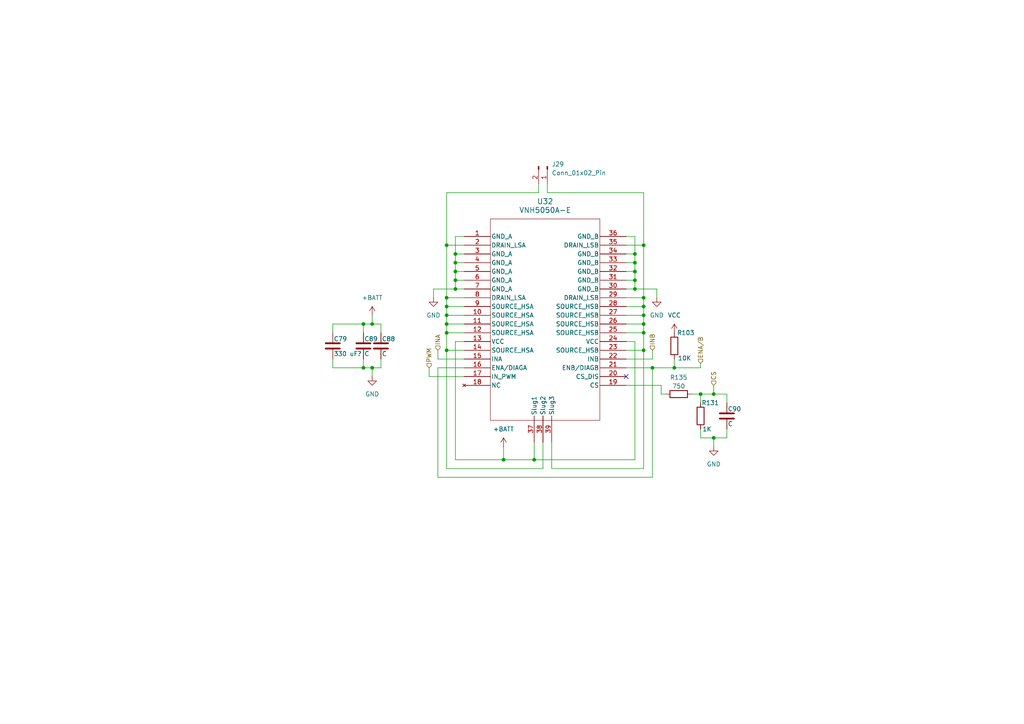
<source format=kicad_sch>
(kicad_sch (version 20250114) (generator "eeschema") (generator_version "9.0")
  (paper "A4")
  (lib_symbols
    (symbol "Connector:Conn_01x02_Pin" (pin_names (offset 1.016) (hide yes))
      (property "Reference" "J" (at 0 2.54 0))
      (property "Value" "Conn_01x02_Pin" (at 0 -5.08 0))
      (symbol "Conn_01x02_Pin_1_1"
        (rectangle (start 0.8636 0.127) (end 0 -0.127) (stroke (width 0.1524)) (fill (type outline)))
        (rectangle (start 0.8636 -2.413) (end 0 -2.667) (stroke (width 0.1524)) (fill (type outline)))
        (polyline (pts (xy 1.27 0) (xy 0.8636 0)) (stroke (width 0.1524)))
        (polyline (pts (xy 1.27 -2.54) (xy 0.8636 -2.54)) (stroke (width 0.1524)))
        (pin passive line (at 5.08 0 180) (length 3.81) (name "Pin_1") (number "1"))
        (pin passive line (at 5.08 -2.54 180) (length 3.81) (name "Pin_2") (number "2"))
      )
    )
    (symbol "Device:C" (pin_numbers (hide yes)) (pin_names (offset 0.254))
      (property "Reference" "C" (at 0.635 2.54 0))
      (property "Value" "C" (at 0.635 -2.54 0))
      (symbol "C_0_1"
        (polyline (pts (xy -2.032 0.762) (xy 2.032 0.762)) (stroke (width 0.508)))
        (polyline (pts (xy -2.032 -0.762) (xy 2.032 -0.762)) (stroke (width 0.508)))
      )
      (symbol "C_1_1"
        (pin passive line (at 0 3.81 270) (length 2.794) (name "~") (number "1"))
        (pin passive line (at 0 -3.81 90) (length 2.794) (name "~") (number "2"))
      )
    )
    (symbol "Device:R" (pin_numbers (hide yes)) (pin_names (offset 0))
      (property "Reference" "R" (at 2.032 0 90))
      (property "Value" "R" (at 0 0 90))
      (symbol "R_0_1"
        (rectangle (start -1.016 -2.54) (end 1.016 2.54) (stroke (width 0.254)))
      )
      (symbol "R_1_1"
        (pin passive line (at 0 3.81 270) (length 1.27) (name "~") (number "1"))
        (pin passive line (at 0 -3.81 90) (length 1.27) (name "~") (number "2"))
      )
    )
    (symbol "VNH5050A-E:VNH5050A-E" (pin_names (offset 0.254))
      (property "Reference" "U" (at 23.368 10.16 0))
      (property "Value" "VNH5050A-E" (at 23.622 7.874 0))
      (symbol "VNH5050A-E_0_1"
        (polyline (pts (xy 7.62 5.08) (xy 7.62 -53.34)) (stroke (width 0.127)))
        (polyline (pts (xy 7.62 -53.34) (xy 39.37 -53.34)) (stroke (width 0.127)))
        (polyline (pts (xy 39.37 5.08) (xy 7.62 5.08)) (stroke (width 0.127)))
        (polyline (pts (xy 39.37 -53.34) (xy 39.37 5.08)) (stroke (width 0.127)))
        (pin power_out line (at 0 0 0) (length 7.62) (name "GND_A") (number "1"))
        (pin unspecified line (at 0 -2.54 0) (length 7.62) (name "DRAIN_LSA") (number "2"))
        (pin power_out line (at 0 -5.08 0) (length 7.62) (name "GND_A") (number "3"))
        (pin power_out line (at 0 -7.62 0) (length 7.62) (name "GND_A") (number "4"))
        (pin power_out line (at 0 -10.16 0) (length 7.62) (name "GND_A") (number "5"))
        (pin power_out line (at 0 -12.7 0) (length 7.62) (name "GND_A") (number "6"))
        (pin power_out line (at 0 -15.24 0) (length 7.62) (name "GND_A") (number "7"))
        (pin unspecified line (at 0 -17.78 0) (length 7.62) (name "DRAIN_LSA") (number "8"))
        (pin unspecified line (at 0 -20.32 0) (length 7.62) (name "SOURCE_HSA") (number "9"))
        (pin unspecified line (at 0 -22.86 0) (length 7.62) (name "SOURCE_HSA") (number "10"))
        (pin unspecified line (at 0 -25.4 0) (length 7.62) (name "SOURCE_HSA") (number "11"))
        (pin unspecified line (at 0 -27.94 0) (length 7.62) (name "SOURCE_HSA") (number "12"))
        (pin power_in line (at 0 -30.48 0) (length 7.62) (name "VCC") (number "13"))
        (pin unspecified line (at 0 -33.02 0) (length 7.62) (name "SOURCE_HSA") (number "14"))
        (pin input line (at 0 -35.56 0) (length 7.62) (name "INA") (number "15"))
        (pin unspecified line (at 0 -38.1 0) (length 7.62) (name "ENA/DIAGA") (number "16"))
        (pin input line (at 0 -40.64 0) (length 7.62) (name "IN_PWM") (number "17"))
        (pin no_connect line (at 0 -43.18 0) (length 7.62) (name "NC") (number "18"))
        (pin bidirectional line (at 20.32 -59.69 90) (length 7.62) (name "Slug1") (number "37"))
        (pin bidirectional line (at 22.86 -59.69 90) (length 7.62) (name "Slug2") (number "38"))
        (pin bidirectional line (at 25.4 -59.69 90) (length 7.62) (name "Slug3") (number "39"))
        (pin power_out line (at 46.99 -5.08 180) (length 7.62) (name "GND_B") (number "34"))
        (pin power_out line (at 46.99 -7.62 180) (length 7.62) (name "GND_B") (number "33"))
        (pin power_out line (at 46.99 -10.16 180) (length 7.62) (name "GND_B") (number "32"))
        (pin power_out line (at 46.99 -12.7 180) (length 7.62) (name "GND_B") (number "31"))
        (pin power_out line (at 46.99 -15.24 180) (length 7.62) (name "GND_B") (number "30"))
        (pin unspecified line (at 46.99 -17.78 180) (length 7.62) (name "DRAIN_LSB") (number "29"))
        (pin unspecified line (at 46.99 -20.32 180) (length 7.62) (name "SOURCE_HSB") (number "28"))
        (pin unspecified line (at 46.99 -22.86 180) (length 7.62) (name "SOURCE_HSB") (number "27"))
        (pin unspecified line (at 46.99 -25.4 180) (length 7.62) (name "SOURCE_HSB") (number "26"))
        (pin unspecified line (at 46.99 -27.94 180) (length 7.62) (name "SOURCE_HSB") (number "25"))
        (pin power_in line (at 46.99 -30.48 180) (length 7.62) (name "VCC") (number "24"))
        (pin unspecified line (at 46.99 -33.02 180) (length 7.62) (name "SOURCE_HSB") (number "23"))
        (pin input line (at 46.99 -35.56 180) (length 7.62) (name "INB") (number "22"))
        (pin unspecified line (at 46.99 -38.1 180) (length 7.62) (name "ENB/DIAGB") (number "21"))
        (pin unspecified line (at 46.99 -40.64 180) (length 7.62) (name "CS_DIS") (number "20"))
        (pin unspecified line (at 46.99 -43.18 180) (length 7.62) (name "CS") (number "19"))
      )
      (symbol "VNH5050A-E_1_1"
        (pin power_out line (at 46.99 0 180) (length 7.62) (name "GND_B") (number "36"))
        (pin unspecified line (at 46.99 -2.54 180) (length 7.62) (name "DRAIN_LSB") (number "35"))
      )
    )
    (symbol "power:+BATT" (power) (pin_numbers (hide yes)) (pin_names (offset 0) (hide yes))
      (property "Value" "+BATT" (at 0 3.556 0))
      (symbol "+BATT_0_1"
        (polyline (pts (xy -0.762 1.27) (xy 0 2.54)))
        (polyline (pts (xy 0 2.54) (xy 0.762 1.27)))
        (polyline (pts (xy 0 0) (xy 0 2.54)))
      )
      (symbol "+BATT_1_1"
        (pin power_in line (at 0 0 90) (length 0) (name "~") (number "1"))
      )
    )
    (symbol "power:GND" (power) (pin_numbers (hide yes)) (pin_names (offset 0) (hide yes))
      (property "Value" "GND" (at 0 -3.81 0))
      (symbol "GND_0_1"
        (polyline (pts (xy 0 0) (xy 0 -1.27) (xy 1.27 -1.27) (xy 0 -2.54) (xy -1.27 -1.27) (xy 0 -1.27)))
      )
      (symbol "GND_1_1"
        (pin power_in line (at 0 0 270) (length 0) (name "~") (number "1"))
      )
    )
    (symbol "power:VCC" (power) (pin_numbers (hide yes)) (pin_names (offset 0) (hide yes))
      (property "Value" "VCC" (at 0 3.556 0))
      (symbol "VCC_0_1"
        (polyline (pts (xy -0.762 1.27) (xy 0 2.54)))
        (polyline (pts (xy 0 2.54) (xy 0.762 1.27)))
        (polyline (pts (xy 0 0) (xy 0 2.54)))
      )
      (symbol "VCC_1_1"
        (pin power_in line (at 0 0 90) (length 0) (name "~") (number "1"))
      )
    )
  )
  (junction (at 184.15 73.66))
  (junction (at 129.54 101.6))
  (junction (at 184.15 81.28))
  (junction (at 203.2 114.3))
  (junction (at 132.08 73.66))
  (junction (at 129.54 93.98))
  (junction (at 129.54 96.52))
  (junction (at 207.01 127))
  (junction (at 146.05 133.35))
  (junction (at 184.15 83.82))
  (junction (at 105.41 93.98))
  (junction (at 186.69 91.44))
  (junction (at 129.54 88.9))
  (junction (at 186.69 101.6))
  (junction (at 129.54 71.12))
  (junction (at 189.23 106.68))
  (junction (at 129.54 91.44))
  (junction (at 107.95 106.68))
  (junction (at 105.41 106.68))
  (junction (at 132.08 81.28))
  (junction (at 186.69 71.12))
  (junction (at 195.58 106.68))
  (junction (at 129.54 86.36))
  (junction (at 186.69 96.52))
  (junction (at 132.08 76.2))
  (junction (at 186.69 88.9))
  (junction (at 184.15 76.2))
  (junction (at 107.95 93.98))
  (junction (at 154.94 133.35))
  (junction (at 186.69 86.36))
  (junction (at 186.69 93.98))
  (junction (at 207.01 114.3))
  (junction (at 132.08 83.82))
  (junction (at 132.08 78.74))
  (junction (at 184.15 78.74))
  (no_connect (at 181.61 109.22))
  (wire (pts (xy 186.69 55.88) (xy 158.75 55.88)))
  (wire (pts (xy 129.54 71.12) (xy 129.54 55.88)))
  (wire (pts (xy 184.15 76.2) (xy 181.61 76.2)))
  (wire (pts (xy 132.08 99.06) (xy 132.08 133.35)))
  (wire (pts (xy 129.54 101.6) (xy 134.62 101.6)))
  (wire (pts (xy 184.15 73.66) (xy 184.15 76.2)))
  (wire (pts (xy 203.2 114.3) (xy 207.01 114.3)))
  (wire (pts (xy 96.52 96.52) (xy 96.52 93.98)))
  (wire (pts (xy 160.02 135.89) (xy 160.02 128.27)))
  (wire (pts (xy 200.66 114.3) (xy 203.2 114.3)))
  (wire (pts (xy 134.62 68.58) (xy 132.08 68.58)))
  (wire (pts (xy 195.58 106.68) (xy 203.2 106.68)))
  (wire (pts (xy 134.62 109.22) (xy 124.46 109.22)))
  (wire (pts (xy 132.08 76.2) (xy 132.08 78.74)))
  (wire (pts (xy 210.82 114.3) (xy 210.82 116.84)))
  (wire (pts (xy 129.54 88.9) (xy 129.54 91.44)))
  (wire (pts (xy 105.41 93.98) (xy 105.41 96.52)))
  (wire (pts (xy 125.73 83.82) (xy 125.73 86.36)))
  (wire (pts (xy 207.01 127) (xy 207.01 129.54)))
  (wire (pts (xy 189.23 138.43) (xy 189.23 106.68)))
  (wire (pts (xy 129.54 101.6) (xy 129.54 135.89)))
  (wire (pts (xy 110.49 104.14) (xy 110.49 106.68)))
  (wire (pts (xy 181.61 86.36) (xy 186.69 86.36)))
  (wire (pts (xy 186.69 93.98) (xy 186.69 96.52)))
  (wire (pts (xy 156.21 55.88) (xy 156.21 53.34)))
  (wire (pts (xy 134.62 99.06) (xy 132.08 99.06)))
  (wire (pts (xy 207.01 111.76) (xy 207.01 114.3)))
  (wire (pts (xy 190.5 83.82) (xy 190.5 86.36)))
  (wire (pts (xy 129.54 86.36) (xy 134.62 86.36)))
  (wire (pts (xy 132.08 78.74) (xy 132.08 81.28)))
  (wire (pts (xy 129.54 55.88) (xy 156.21 55.88)))
  (wire (pts (xy 184.15 83.82) (xy 190.5 83.82)))
  (wire (pts (xy 181.61 96.52) (xy 186.69 96.52)))
  (wire (pts (xy 124.46 109.22) (xy 124.46 106.68)))
  (wire (pts (xy 203.2 105.41) (xy 203.2 106.68)))
  (wire (pts (xy 134.62 106.68) (xy 127 106.68)))
  (wire (pts (xy 132.08 133.35) (xy 146.05 133.35)))
  (wire (pts (xy 195.58 106.68) (xy 195.58 104.14)))
  (wire (pts (xy 189.23 106.68) (xy 181.61 106.68)))
  (wire (pts (xy 184.15 73.66) (xy 184.15 68.58)))
  (wire (pts (xy 129.54 96.52) (xy 134.62 96.52)))
  (wire (pts (xy 127 138.43) (xy 189.23 138.43)))
  (wire (pts (xy 146.05 129.54) (xy 146.05 133.35)))
  (wire (pts (xy 207.01 114.3) (xy 210.82 114.3)))
  (wire (pts (xy 203.2 124.46) (xy 203.2 127)))
  (wire (pts (xy 134.62 93.98) (xy 129.54 93.98)))
  (wire (pts (xy 184.15 78.74) (xy 184.15 81.28)))
  (wire (pts (xy 132.08 81.28) (xy 132.08 83.82)))
  (wire (pts (xy 107.95 106.68) (xy 107.95 109.22)))
  (wire (pts (xy 154.94 133.35) (xy 154.94 128.27)))
  (wire (pts (xy 125.73 83.82) (xy 132.08 83.82)))
  (wire (pts (xy 207.01 127) (xy 210.82 127)))
  (wire (pts (xy 191.77 114.3) (xy 191.77 111.76)))
  (wire (pts (xy 181.61 71.12) (xy 186.69 71.12)))
  (wire (pts (xy 186.69 88.9) (xy 186.69 91.44)))
  (wire (pts (xy 186.69 86.36) (xy 186.69 88.9)))
  (wire (pts (xy 184.15 76.2) (xy 184.15 78.74)))
  (wire (pts (xy 203.2 114.3) (xy 203.2 116.84)))
  (wire (pts (xy 107.95 106.68) (xy 105.41 106.68)))
  (wire (pts (xy 181.61 88.9) (xy 186.69 88.9)))
  (wire (pts (xy 129.54 96.52) (xy 129.54 101.6)))
  (wire (pts (xy 96.52 104.14) (xy 96.52 106.68)))
  (wire (pts (xy 132.08 68.58) (xy 132.08 73.66)))
  (wire (pts (xy 181.61 93.98) (xy 186.69 93.98)))
  (wire (pts (xy 127 101.6) (xy 127 104.14)))
  (wire (pts (xy 157.48 128.27) (xy 157.48 135.89)))
  (wire (pts (xy 129.54 91.44) (xy 134.62 91.44)))
  (wire (pts (xy 186.69 91.44) (xy 186.69 93.98)))
  (wire (pts (xy 107.95 93.98) (xy 105.41 93.98)))
  (wire (pts (xy 186.69 101.6) (xy 186.69 135.89)))
  (wire (pts (xy 129.54 91.44) (xy 129.54 93.98)))
  (wire (pts (xy 184.15 99.06) (xy 184.15 133.35)))
  (wire (pts (xy 189.23 106.68) (xy 195.58 106.68)))
  (wire (pts (xy 132.08 78.74) (xy 134.62 78.74)))
  (wire (pts (xy 129.54 86.36) (xy 129.54 88.9)))
  (wire (pts (xy 181.61 104.14) (xy 189.23 104.14)))
  (wire (pts (xy 189.23 101.6) (xy 189.23 104.14)))
  (wire (pts (xy 210.82 127) (xy 210.82 124.46)))
  (wire (pts (xy 186.69 71.12) (xy 186.69 86.36)))
  (wire (pts (xy 96.52 93.98) (xy 105.41 93.98)))
  (wire (pts (xy 129.54 93.98) (xy 129.54 96.52)))
  (wire (pts (xy 184.15 83.82) (xy 181.61 83.82)))
  (wire (pts (xy 110.49 93.98) (xy 110.49 96.52)))
  (wire (pts (xy 191.77 114.3) (xy 193.04 114.3)))
  (wire (pts (xy 127 104.14) (xy 134.62 104.14)))
  (wire (pts (xy 110.49 106.68) (xy 107.95 106.68)))
  (wire (pts (xy 184.15 81.28) (xy 184.15 83.82)))
  (wire (pts (xy 186.69 135.89) (xy 160.02 135.89)))
  (wire (pts (xy 132.08 83.82) (xy 134.62 83.82)))
  (wire (pts (xy 181.61 81.28) (xy 184.15 81.28)))
  (wire (pts (xy 132.08 73.66) (xy 134.62 73.66)))
  (wire (pts (xy 105.41 104.14) (xy 105.41 106.68)))
  (wire (pts (xy 181.61 101.6) (xy 186.69 101.6)))
  (wire (pts (xy 184.15 68.58) (xy 181.61 68.58)))
  (wire (pts (xy 132.08 81.28) (xy 134.62 81.28)))
  (wire (pts (xy 191.77 111.76) (xy 181.61 111.76)))
  (wire (pts (xy 129.54 135.89) (xy 157.48 135.89)))
  (wire (pts (xy 184.15 133.35) (xy 154.94 133.35)))
  (wire (pts (xy 129.54 88.9) (xy 134.62 88.9)))
  (wire (pts (xy 158.75 55.88) (xy 158.75 53.34)))
  (wire (pts (xy 96.52 106.68) (xy 105.41 106.68)))
  (wire (pts (xy 181.61 73.66) (xy 184.15 73.66)))
  (wire (pts (xy 127 106.68) (xy 127 138.43)))
  (wire (pts (xy 129.54 71.12) (xy 129.54 86.36)))
  (wire (pts (xy 184.15 78.74) (xy 181.61 78.74)))
  (wire (pts (xy 181.61 99.06) (xy 184.15 99.06)))
  (wire (pts (xy 134.62 71.12) (xy 129.54 71.12)))
  (wire (pts (xy 181.61 91.44) (xy 186.69 91.44)))
  (wire (pts (xy 186.69 71.12) (xy 186.69 55.88)))
  (wire (pts (xy 107.95 93.98) (xy 110.49 93.98)))
  (wire (pts (xy 132.08 73.66) (xy 132.08 76.2)))
  (wire (pts (xy 132.08 76.2) (xy 134.62 76.2)))
  (wire (pts (xy 107.95 91.44) (xy 107.95 93.98)))
  (wire (pts (xy 186.69 96.52) (xy 186.69 101.6)))
  (wire (pts (xy 146.05 133.35) (xy 154.94 133.35)))
  (wire (pts (xy 203.2 127) (xy 207.01 127)))
  (hierarchical_label "PWM" (shape input) (at 124.46 106.68 90))
  (hierarchical_label "INB" (shape input) (at 189.23 101.6 90))
  (hierarchical_label "ENA{slash}B" (shape input) (at 203.2 105.41 90))
  (hierarchical_label "CS" (shape input) (at 207.01 111.76 90))
  (hierarchical_label "INA" (shape input) (at 127 101.6 90))
  (symbol (lib_id "VNH5050A-E:VNH5050A-E") (at 134.62 68.58 0) (unit 1)
    (property "Reference" "U30" (at 158.115 58.42 0) (effects (font (size 1.524 1.524))))
    (property "Value" "VNH5050A-E" (at 158.115 60.96 0) (effects (font (size 1.524 1.524))))
    (property "Footprint" "SOIC_050A-E_STM" (effects (hide yes)))
    (property "Datasheet" "VNH5050A-E" (effects (hide yes)))
    (instances (project "pcb" (path "" (reference "U32") (unit 1)) (path "" (reference "U31") (unit 1)) (path "" (reference "U33") (unit 1)) (path "" (reference "U30") (unit 1))))
  )
  (symbol (lib_id "Device:C") (at 105.41 100.33 0) (unit 1)
    (property "Reference" "C83" (at 105.664 98.298 0) (effects (justify left)))
    (property "Value" "C" (at 105.664 102.616 0) (effects (justify left)))
    (property "Description" "Unpolarized capacitor" (effects (hide yes)))
    (instances (project "pcb" (path "" (reference "C89") (unit 1)) (path "" (reference "C86") (unit 1)) (path "" (reference "C92") (unit 1)) (path "" (reference "C83") (unit 1))))
  )
  (symbol (lib_id "power:+BATT") (at 146.05 129.54 0) (unit 1)
    (property "Reference" "#PWR0182" (effects (hide yes)))
    (property "Value" "+BATT" (at 146.05 124.46 0))
    (property "Description" "Power symbol creates a global label with name \"+BATT\"" (effects (hide yes)))
    (instances (project "pcb" (path "" (reference "#PWR0196") (unit 1)) (path "" (reference "#PWR0189") (unit 1)) (path "" (reference "#PWR0203") (unit 1)) (path "" (reference "#PWR0182") (unit 1))))
  )
  (symbol (lib_id "power:VCC") (at 195.58 96.52 0) (unit 1)
    (property "Reference" "#PWR0184" (effects (hide yes)))
    (property "Value" "VCC" (at 195.58 91.44 0))
    (property "Description" "Power symbol creates a global label with name \"VCC\"" (effects (hide yes)))
    (instances (project "pcb" (path "" (reference "#PWR0198") (unit 1)) (path "" (reference "#PWR0191") (unit 1)) (path "" (reference "#PWR0205") (unit 1)) (path "" (reference "#PWR0184") (unit 1))))
  )
  (symbol (lib_id "power:GND") (at 107.95 109.22 0) (unit 1)
    (property "Reference" "#PWR0180" (effects (hide yes)))
    (property "Value" "GND" (at 107.95 114.3 0))
    (property "Description" "Power symbol creates a global label with name \"GND\" , ground" (effects (hide yes)))
    (instances (project "pcb" (path "" (reference "#PWR0194") (unit 1)) (path "" (reference "#PWR0187") (unit 1)) (path "" (reference "#PWR0201") (unit 1)) (path "" (reference "#PWR0180") (unit 1))))
  )
  (symbol (lib_id "power:GND") (at 207.01 129.54 0) (unit 1)
    (property "Reference" "#PWR0185" (effects (hide yes)))
    (property "Value" "GND" (at 207.01 134.62 0))
    (property "Description" "Power symbol creates a global label with name \"GND\" , ground" (effects (hide yes)))
    (instances (project "pcb" (path "" (reference "#PWR0199") (unit 1)) (path "" (reference "#PWR0192") (unit 1)) (path "" (reference "#PWR0206") (unit 1)) (path "" (reference "#PWR0185") (unit 1))))
  )
  (symbol (lib_id "Device:R") (at 196.85 114.3 90) (unit 1)
    (property "Reference" "R133" (at 196.85 109.474 90))
    (property "Value" "750" (at 196.85 112.014 90))
    (property "Description" "Resistor" (effects (hide yes)))
    (instances (project "pcb" (path "" (reference "R135") (unit 1)) (path "" (reference "R134") (unit 1)) (path "" (reference "R136") (unit 1)) (path "" (reference "R133") (unit 1))))
  )
  (symbol (lib_id "Connector:Conn_01x02_Pin") (at 158.75 48.26 270) (unit 1)
    (property "Reference" "J27" (at 160.02 47.6249 90) (effects (justify left)))
    (property "Value" "Conn_01x02_Pin" (at 160.02 50.1649 90) (effects (justify left)))
    (property "Description" "Generic connector, single row, 01x02, script generated" (effects (hide yes)))
    (instances (project "pcb" (path "" (reference "J29") (unit 1)) (path "" (reference "J28") (unit 1)) (path "" (reference "J30") (unit 1)) (path "" (reference "J27") (unit 1))))
  )
  (symbol (lib_id "power:+BATT") (at 107.95 91.44 0) (unit 1)
    (property "Reference" "#PWR0179" (effects (hide yes)))
    (property "Value" "+BATT" (at 107.95 86.36 0))
    (property "Description" "Power symbol creates a global label with name \"+BATT\"" (effects (hide yes)))
    (instances (project "pcb" (path "" (reference "#PWR0193") (unit 1)) (path "" (reference "#PWR0186") (unit 1)) (path "" (reference "#PWR0200") (unit 1)) (path "" (reference "#PWR0179") (unit 1))))
  )
  (symbol (lib_id "Device:C") (at 96.52 100.33 0) (unit 1)
    (property "Reference" "C77" (at 96.774 98.298 0) (effects (justify left)))
    (property "Value" "330 uF?" (at 96.774 102.616 0) (effects (justify left)))
    (property "Description" "Unpolarized capacitor" (effects (hide yes)))
    (instances (project "pcb" (path "" (reference "C79") (unit 1)) (path "" (reference "C78") (unit 1)) (path "" (reference "C80") (unit 1)) (path "" (reference "C77") (unit 1))))
  )
  (symbol (lib_id "power:GND") (at 125.73 86.36 0) (unit 1)
    (property "Reference" "#PWR0181" (effects (hide yes)))
    (property "Value" "GND" (at 125.73 91.44 0))
    (property "Description" "Power symbol creates a global label with name \"GND\" , ground" (effects (hide yes)))
    (instances (project "pcb" (path "" (reference "#PWR0195") (unit 1)) (path "" (reference "#PWR0188") (unit 1)) (path "" (reference "#PWR0202") (unit 1)) (path "" (reference "#PWR0181") (unit 1))))
  )
  (symbol (lib_id "Device:C") (at 210.82 120.65 0) (unit 1)
    (property "Reference" "C84" (at 211.074 118.618 0) (effects (justify left)))
    (property "Value" "C" (at 211.074 122.936 0) (effects (justify left)))
    (property "Description" "Unpolarized capacitor" (effects (hide yes)))
    (instances (project "pcb" (path "" (reference "C90") (unit 1)) (path "" (reference "C87") (unit 1)) (path "" (reference "C93") (unit 1)) (path "" (reference "C84") (unit 1))))
  )
  (symbol (lib_id "Device:R") (at 195.58 100.33 0) (unit 1)
    (property "Reference" "R101" (at 196.342 96.52 0) (effects (justify left)))
    (property "Value" "10K" (at 196.596 103.886 0) (effects (justify left)))
    (property "Description" "Resistor" (effects (hide yes)))
    (instances (project "pcb" (path "" (reference "R103") (unit 1)) (path "" (reference "R102") (unit 1)) (path "" (reference "R104") (unit 1)) (path "" (reference "R101") (unit 1))))
  )
  (symbol (lib_id "Device:C") (at 110.49 100.33 0) (unit 1)
    (property "Reference" "C82" (at 110.744 98.298 0) (effects (justify left)))
    (property "Value" "C" (at 110.744 102.616 0) (effects (justify left)))
    (property "Description" "Unpolarized capacitor" (effects (hide yes)))
    (instances (project "pcb" (path "" (reference "C88") (unit 1)) (path "" (reference "C85") (unit 1)) (path "" (reference "C91") (unit 1)) (path "" (reference "C82") (unit 1))))
  )
  (symbol (lib_id "Device:R") (at 203.2 120.65 0) (unit 1)
    (property "Reference" "R129" (at 203.454 116.84 0) (effects (justify left)))
    (property "Value" "1K" (at 203.708 124.46 0) (effects (justify left)))
    (property "Description" "Resistor" (effects (hide yes)))
    (instances (project "pcb" (path "" (reference "R131") (unit 1)) (path "" (reference "R130") (unit 1)) (path "" (reference "R132") (unit 1)) (path "" (reference "R129") (unit 1))))
  )
  (symbol (lib_id "power:GND") (at 190.5 86.36 0) (unit 1)
    (property "Reference" "#PWR0183" (effects (hide yes)))
    (property "Value" "GND" (at 190.5 91.44 0))
    (property "Description" "Power symbol creates a global label with name \"GND\" , ground" (effects (hide yes)))
    (instances (project "pcb" (path "" (reference "#PWR0197") (unit 1)) (path "" (reference "#PWR0190") (unit 1)) (path "" (reference "#PWR0204") (unit 1)) (path "" (reference "#PWR0183") (unit 1))))
  )
)
</source>
